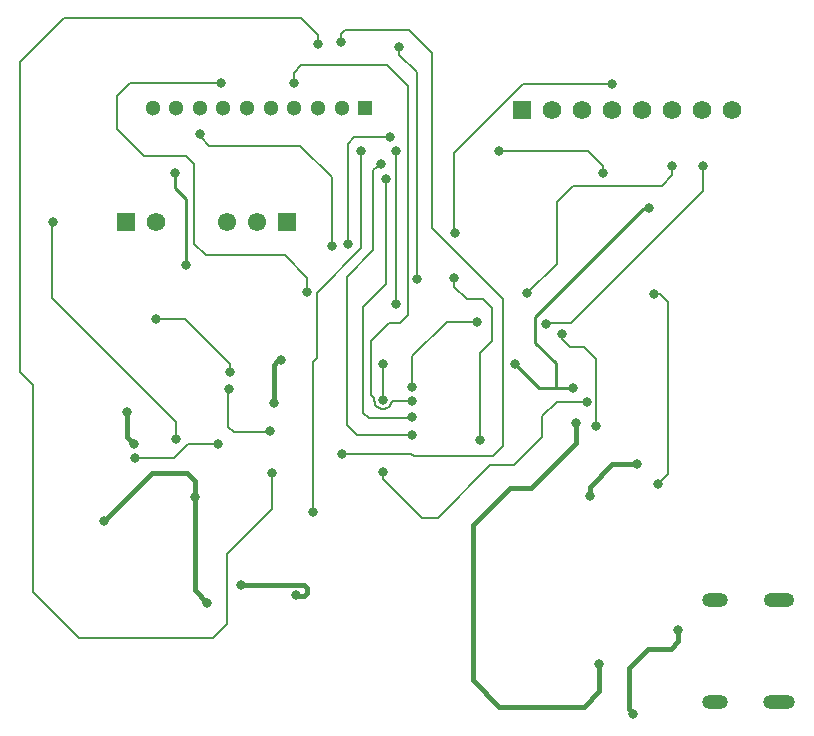
<source format=gbl>
%FSTAX23Y23*%
%MOIN*%
%SFA1B1*%

%IPPOS*%
%ADD15C,0.010000*%
%ADD54R,0.061810X0.061810*%
%ADD55C,0.061810*%
%ADD64C,0.015750*%
%ADD66C,0.005910*%
%ADD68O,0.102360X0.047240*%
%ADD69O,0.106300X0.047240*%
%ADD70O,0.086610X0.047240*%
%ADD71C,0.051180*%
%ADD72R,0.051180X0.051180*%
%ADD73R,0.061020X0.061020*%
%ADD74C,0.061020*%
%ADD75C,0.031500*%
%ADD76C,0.005910*%
%LN5th_year_project-1*%
%LPD*%
G54D15*
X03236Y02518D02*
X03596Y02877D01*
X03236Y02432D02*
Y02518D01*
X03611Y02877D02*
X03615Y02881D01*
X03596Y02877D02*
X03611D01*
X03305Y02283D02*
X03362D01*
X03248D02*
X03305D01*
X03236Y02432D02*
X03305Y02364D01*
Y02283D02*
Y02364D01*
X02437Y01591D02*
X02438Y0159D01*
X02034Y02949D02*
Y02997D01*
Y02949D02*
X02072Y02911D01*
Y02692D02*
Y02911D01*
X03169Y02362D02*
X03248Y02283D01*
G54D54*
X03192Y03208D03*
X01871Y02834D03*
G54D55*
X03292Y03208D03*
X03392D03*
X03492D03*
X03592D03*
X03692D03*
X03792D03*
X03892D03*
X01971Y02834D03*
G54D64*
X01875Y022D02*
X01876Y02202D01*
X01875Y0212D02*
X01898Y02096D01*
X01875Y0212D02*
Y022D01*
X01797Y01837D02*
X01798D01*
X01958Y01998*
X03114Y0122D02*
X03397D01*
X03448Y01271D02*
Y01362D01*
X03397Y0122D02*
X03448Y01271D01*
X01958Y01998D02*
X02074D01*
X02101Y01971*
Y0192D02*
Y01971D01*
Y01607D02*
Y0192D01*
X03027Y01826D02*
X03151Y0195D01*
X0322D02*
X0337Y021D01*
X03151Y0195D02*
X0322D01*
X03547Y01213D02*
Y0135D01*
X03562Y01196D02*
Y01197D01*
X03547Y01213D02*
X03562Y01197D01*
X03547Y0135D02*
X0361Y01413D01*
X02365Y0236D02*
X02376Y02371D01*
X02384*
X02389Y02376*
X02365Y02231D02*
Y0236D01*
X0337Y021D02*
Y02165D01*
X03493Y02027D02*
X03575D01*
X03417Y01951D02*
X03493Y02027D01*
X03417Y01921D02*
Y01951D01*
X02101Y01607D02*
X02141Y01566D01*
X02438Y0159D02*
X02466D01*
X02476Y016*
Y01615*
X02465Y01625D02*
X02476Y01615D01*
X02255Y01625D02*
X02465D01*
X03027Y01307D02*
Y01826D01*
Y01307D02*
X03114Y0122D01*
X03688Y01413D02*
X03712Y01437D01*
Y01476*
X0361Y01413D02*
X03688D01*
G54D66*
X02699Y02245D02*
D01*
X02699Y02243*
X02699Y02241*
X02699Y02239*
X02699Y02238*
X027Y02236*
X027Y02234*
X02701Y02232*
X02702Y0223*
X02702Y02228*
X02703Y02226*
X02704Y02225*
X02706Y02223*
X02707Y02221*
X02708Y0222*
X0271Y02219*
X02712Y02218*
X02713Y02217*
X02715Y02216*
X02717Y02215*
X02719Y02214*
X02721Y02213*
X02723Y02213*
X02725Y02213*
X02727Y02213*
X02729Y02213*
X02731Y02213*
X02733Y02213*
X02735Y02213*
X02736Y02214*
X02738Y02215*
X0274Y02215*
X02742Y02216*
X02744Y02217*
X02745Y02218*
X02747Y0222*
X02748Y02221*
X0275Y02223*
X02751Y02224*
X02752Y02226*
X02753Y02228*
X02754Y02229*
X02755Y02231*
X02755Y02233*
X02756Y02235*
X01972Y02511D02*
X02067D01*
X02217Y02334D02*
Y02362D01*
X02067Y02511D02*
X02217Y02362D01*
X02078Y02096D02*
X02179D01*
X02031Y02049D02*
X02078Y02096D01*
X01903Y02049D02*
X02031D01*
X02213Y02153D02*
X02232Y02134D01*
X02334*
X02213Y02153D02*
Y02279D01*
X02214Y0228*
X02345Y02135D02*
X0235Y0214D01*
X02334Y02134D02*
X02335Y02135D01*
X02345*
X01519Y02334D02*
X01562Y02291D01*
Y01602D02*
Y02291D01*
Y01602D02*
X01716Y01448D01*
X02756Y02235D02*
X02757Y02236D01*
X02759Y02238D01*
X02824*
X02687Y0226D02*
X02699Y02248D01*
X02824Y02286D02*
Y02301D01*
X02699Y02246D02*
Y02248D01*
X02687Y0226D02*
Y02439D01*
X02824Y02301D02*
X02824Y02301D01*
X02824Y02301D02*
Y02387D01*
X02728Y02241D02*
Y02361D01*
X02699Y02245D02*
Y02246D01*
X02208Y01496D02*
Y01728D01*
X02359Y01878*
Y02*
X02738Y02629D02*
Y02978D01*
X02661Y02553D02*
X02738Y02629D01*
X02661Y022D02*
Y02553D01*
X02748Y025D02*
X02785D01*
X02811Y02525*
X02687Y02439D02*
X02748Y025D01*
X02811Y02525D02*
Y03287D01*
X01842Y03255D02*
X01884Y03298D01*
X01842Y03145D02*
Y03255D01*
X01884Y03298D02*
X02188D01*
X02822Y02181D02*
X02824Y02184D01*
X0264Y02126D02*
X02824D01*
X02681Y02181D02*
X02822D01*
X03407Y02236D02*
X03408Y02235D01*
X03307Y02236D02*
X03407D01*
X03259Y02188D02*
X03307Y02236D01*
X03399Y02419D02*
X03438Y02379D01*
X03437Y02154D02*
X03438Y02155D01*
Y02379*
X02496Y01869D02*
Y0237D01*
X01624Y02581D02*
Y02818D01*
X02038Y02111D02*
Y02167D01*
X01624Y02581D02*
X02038Y02167D01*
X01625Y02829D02*
X01629Y02834D01*
X01624Y02818D02*
X01625Y02819D01*
Y02829*
X03166Y02024D02*
X03259Y02118D01*
X0291Y0185D02*
X03084Y02024D01*
X03166*
X02728Y01979D02*
X02857Y0185D01*
X0291*
X02728Y01979D02*
Y02003D01*
X03646Y01963D02*
X03678Y01995D01*
Y02569*
X03276Y025D02*
X03354D01*
X03272Y02495D02*
X03276Y025D01*
X03259Y02118D02*
Y02188D01*
X0274Y03358D02*
X02811Y03287D01*
X02607Y0216D02*
Y02651D01*
Y0216D02*
X0264Y02126D01*
X02607Y02651D02*
X02696Y02741D01*
X02496Y0237D02*
X02507Y02381D01*
X02842Y02644D02*
Y03334D01*
X02964Y02802D02*
X02967Y02799D01*
X02964Y02802D02*
Y03065D01*
X03194Y03295*
X02773Y02563D02*
Y03072D01*
X02715Y03027D02*
X02722D01*
X02707Y0302D02*
X02715Y03027D01*
X02707Y0302D02*
X02707D01*
X02696Y03009D02*
X02707Y0302D01*
X02656Y02747D02*
Y0307D01*
X02655Y03071D02*
X02656Y0307D01*
X02783Y03393D02*
Y03418D01*
Y03393D02*
X02842Y03334D01*
X02589Y03463D02*
X02602Y03476D01*
X02589Y03436D02*
Y03463D01*
X02432Y03333D02*
X02456Y03358D01*
X02432Y03299D02*
Y03333D01*
X02118Y0313D02*
X0212Y03128D01*
Y03119D02*
Y03128D01*
Y03119D02*
X02149Y0309D01*
X02965Y0262D02*
Y02648D01*
Y0262D02*
X03007Y02577D01*
X03062*
X03093Y02547*
Y0244D02*
Y02547D01*
X03053Y02107D02*
Y024D01*
X03093Y0244*
X0283Y02055D02*
X03094D01*
X02507Y02598D02*
X02656Y02747D01*
X02696Y02741D02*
Y03009D01*
X02661Y022D02*
X02681Y02181D01*
X02824Y02387D02*
X0294Y02503D01*
X03634Y02595D02*
X03652D01*
X03678Y02569*
X03633Y02594D02*
X03634Y02595D01*
X03307Y02903D02*
X0336Y02956D01*
X03307Y02696D02*
Y02903D01*
X0336Y02956D02*
X03657D01*
X03324Y02444D02*
X0335Y02419D01*
X03324Y02444D02*
Y02461D01*
X0335Y02419D02*
X03399D01*
X03462Y02998D02*
Y03023D01*
X03412Y03073D02*
X03462Y03023D01*
X03114Y03073D02*
X03412D01*
X03692Y02992D02*
Y03023D01*
X03657Y02956D02*
X03692Y02992D01*
X03208Y02598D02*
X03307Y02696D01*
X03194Y03295D02*
X03492D01*
X0261Y03094D02*
X02633Y03118D01*
X02751*
X0261Y02763D02*
Y03094D01*
X03795Y0294D02*
Y03023D01*
X03354Y025D02*
X03795Y0294D01*
X0294Y02503D02*
X03043D01*
X03094Y02055D02*
X03129Y0209D01*
X02893Y02814D02*
X03129Y02578D01*
Y0209D02*
Y02578D01*
X02893Y02814D02*
Y03397D01*
X02602Y03476D02*
X02814D01*
X0259Y02062D02*
X02822D01*
X02814Y03476D02*
X02893Y03397D01*
X02822Y02062D02*
X0283Y02055D01*
X02511Y03429D02*
Y0346D01*
X02456Y03358D02*
X0274D01*
X02456Y03515D02*
X02511Y0346D01*
X01665Y03515D02*
X02456D01*
X01519Y0337D02*
X01665Y03515D01*
X01519Y02334D02*
Y0337D01*
X01716Y01448D02*
X02161D01*
X02208Y01496*
X02149Y0309D02*
X02452D01*
X02559Y02984*
Y02755D02*
Y02984D01*
X01933Y03055D02*
X0207D01*
X01842Y03145D02*
X01933Y03055D01*
X0207D02*
X02098Y03027D01*
Y02763D02*
Y03027D01*
Y02763D02*
X02137Y02724D01*
X02401D02*
X02476Y02649D01*
X02137Y02724D02*
X02401D01*
X02476Y02602D02*
Y02649D01*
X02507Y02381D02*
Y02598D01*
G54D68*
X04047Y01575D03*
G54D69*
X04047Y01235D03*
G54D70*
X03836Y01575D03*
Y01235D03*
G54D71*
X02196Y03216D03*
X02275D03*
X02354D03*
X02433D03*
X02511D03*
X0259D03*
X02118D03*
X02039D03*
X0196D03*
G54D72*
X02669Y03216D03*
G54D73*
X02407Y02834D03*
G54D74*
X02307Y02834D03*
X02207D03*
G54D75*
X01876Y02202D03*
X01898Y02096D03*
X01903Y02049D03*
X02179Y02096D03*
X0235Y0214D03*
X01797Y01837D03*
X02728Y02241D03*
X02824Y02286D03*
Y02238D03*
X02728Y02361D03*
X02824Y02126D03*
Y02184D03*
X03408Y02235D03*
X03562Y01196D03*
X02214Y0228D03*
X02496Y01869D03*
X03575Y02027D03*
X0337Y02165D03*
X03646Y01963D03*
X03272Y02495D03*
X03615Y02881D03*
X03437Y02154D03*
X02217Y02334D03*
X02389Y02376D03*
X02038Y02111D03*
X02101Y0192D03*
X02359Y02D03*
X02842Y02644D03*
X02967Y02799D03*
X02738Y02978D03*
X02773Y03072D03*
X02722Y03027D03*
X02655Y03071D03*
X02783Y03418D03*
X02589Y03436D03*
X02511Y03429D03*
X02432Y03299D03*
X02188Y03298D03*
X02118Y0313D03*
X02365Y02231D03*
X02965Y02648D03*
X03053Y02107D03*
X02437Y01591D03*
X02255Y01625D03*
X02034Y02997D03*
X02072Y02692D03*
X03324Y02461D03*
X03633Y02594D03*
X03462Y02998D03*
X03114Y03073D03*
X02773Y02563D03*
X03692Y03023D03*
X03208Y02598D03*
X03492Y03295D03*
X02751Y03118D03*
X0261Y02763D03*
X03795Y03023D03*
X03043Y02503D03*
X02728Y02003D03*
X03448Y01362D03*
X03362Y02283D03*
X03169Y02362D03*
X01972Y02511D03*
X03417Y01921D03*
X03712Y01476D03*
X0259Y02062D03*
X02559Y02755D03*
X02476Y02602D03*
X01629Y02834D03*
X02141Y01566D03*
G54D76*
X02699Y02246D03*
X02757Y02236D03*
M02*
</source>
